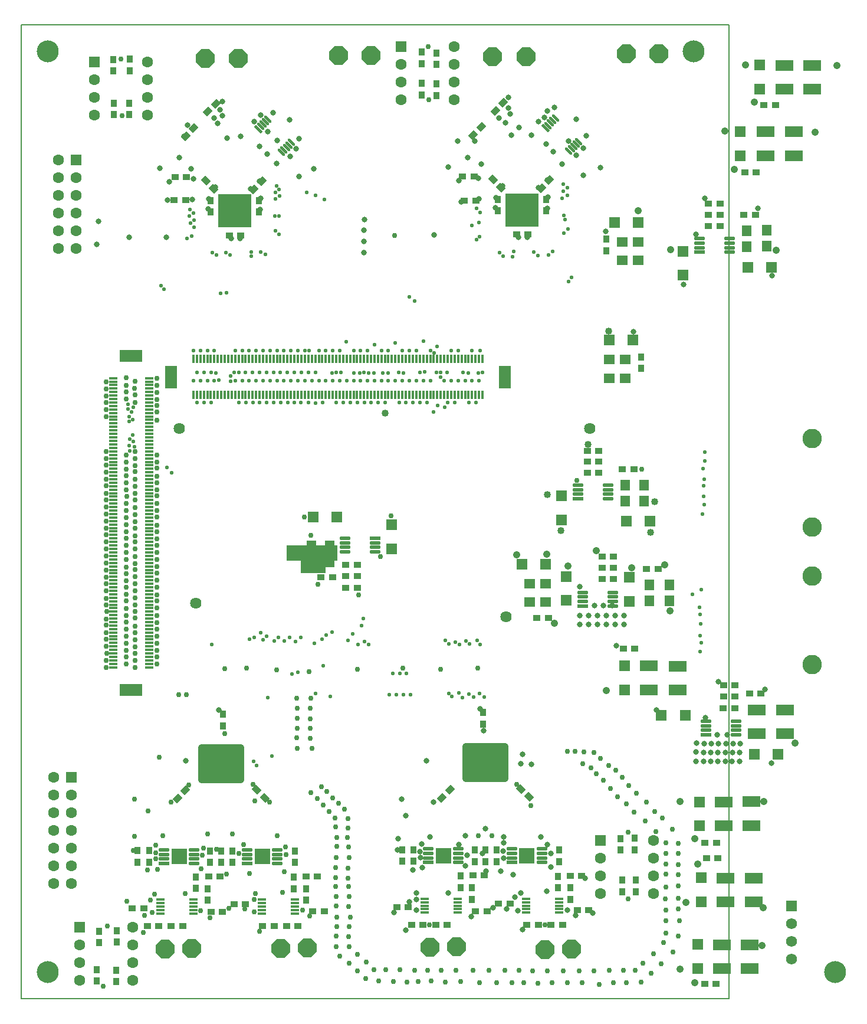
<source format=gbs>
G04 Layer_Color=16711935*
%FSLAX23Y23*%
%MOIN*%
G70*
G01*
G75*
%ADD40C,0.008*%
%ADD82C,0.032*%
%ADD84C,0.042*%
%ADD111R,0.044X0.034*%
G04:AMPARAMS|DCode=113|XSize=47mil|YSize=16mil|CornerRadius=5mil|HoleSize=0mil|Usage=FLASHONLY|Rotation=90.000|XOffset=0mil|YOffset=0mil|HoleType=Round|Shape=RoundedRectangle|*
%AMROUNDEDRECTD113*
21,1,0.047,0.006,0,0,90.0*
21,1,0.037,0.016,0,0,90.0*
1,1,0.010,0.003,0.019*
1,1,0.010,0.003,-0.019*
1,1,0.010,-0.003,-0.019*
1,1,0.010,-0.003,0.019*
%
%ADD113ROUNDEDRECTD113*%
%ADD114R,0.189X0.189*%
%ADD119R,0.034X0.044*%
G04:AMPARAMS|DCode=120|XSize=44mil|YSize=34mil|CornerRadius=0mil|HoleSize=0mil|Usage=FLASHONLY|Rotation=45.000|XOffset=0mil|YOffset=0mil|HoleType=Round|Shape=Rectangle|*
%AMROTATEDRECTD120*
4,1,4,-0.004,-0.028,-0.028,-0.004,0.004,0.028,0.028,0.004,-0.004,-0.028,0.0*
%
%ADD120ROTATEDRECTD120*%

G04:AMPARAMS|DCode=121|XSize=44mil|YSize=34mil|CornerRadius=0mil|HoleSize=0mil|Usage=FLASHONLY|Rotation=135.000|XOffset=0mil|YOffset=0mil|HoleType=Round|Shape=Rectangle|*
%AMROTATEDRECTD121*
4,1,4,0.028,-0.004,0.004,-0.028,-0.028,0.004,-0.004,0.028,0.028,-0.004,0.0*
%
%ADD121ROTATEDRECTD121*%

%ADD124R,0.064X0.064*%
%ADD127R,0.047X0.016*%
G04:AMPARAMS|DCode=128|XSize=47mil|YSize=16mil|CornerRadius=5mil|HoleSize=0mil|Usage=FLASHONLY|Rotation=0.000|XOffset=0mil|YOffset=0mil|HoleType=Round|Shape=RoundedRectangle|*
%AMROUNDEDRECTD128*
21,1,0.047,0.006,0,0,0.0*
21,1,0.037,0.016,0,0,0.0*
1,1,0.010,0.019,-0.003*
1,1,0.010,-0.019,-0.003*
1,1,0.010,-0.019,0.003*
1,1,0.010,0.019,0.003*
%
%ADD128ROUNDEDRECTD128*%
%ADD129R,0.126X0.067*%
%ADD130R,0.016X0.047*%
%ADD131R,0.067X0.126*%
%ADD134R,0.063X0.063*%
%ADD135C,0.063*%
%ADD136R,0.063X0.063*%
%ADD137P,0.113X8X22.5*%
%ADD138C,0.062*%
%ADD139R,0.062X0.062*%
G04:AMPARAMS|DCode=140|XSize=217mil|YSize=258mil|CornerRadius=13mil|HoleSize=0mil|Usage=FLASHONLY|Rotation=90.000|XOffset=0mil|YOffset=0mil|HoleType=Round|Shape=RoundedRectangle|*
%AMROUNDEDRECTD140*
21,1,0.217,0.233,0,0,90.0*
21,1,0.192,0.258,0,0,90.0*
1,1,0.025,0.116,0.096*
1,1,0.025,0.116,-0.096*
1,1,0.025,-0.116,-0.096*
1,1,0.025,-0.116,0.096*
%
%ADD140ROUNDEDRECTD140*%
%ADD141C,0.124*%
%ADD142C,0.004*%
%ADD143C,0.064*%
%ADD144C,0.110*%
%ADD145C,0.022*%
%ADD146C,0.030*%
%ADD147C,0.040*%
%ADD148R,0.140X0.072*%
%ADD149R,0.290X0.085*%
%ADD150R,0.085X0.085*%
%ADD151O,0.051X0.016*%
%ADD152R,0.051X0.016*%
%ADD153O,0.064X0.019*%
%ADD154R,0.064X0.019*%
G04:AMPARAMS|DCode=155|XSize=51mil|YSize=16mil|CornerRadius=0mil|HoleSize=0mil|Usage=FLASHONLY|Rotation=315.000|XOffset=0mil|YOffset=0mil|HoleType=Round|Shape=Round|*
%AMOVALD155*
21,1,0.035,0.016,0.000,0.000,315.0*
1,1,0.016,-0.013,0.013*
1,1,0.016,0.013,-0.013*
%
%ADD155OVALD155*%

G04:AMPARAMS|DCode=156|XSize=51mil|YSize=16mil|CornerRadius=0mil|HoleSize=0mil|Usage=FLASHONLY|Rotation=315.000|XOffset=0mil|YOffset=0mil|HoleType=Round|Shape=Rectangle|*
%AMROTATEDRECTD156*
4,1,4,-0.024,0.013,-0.013,0.024,0.024,-0.013,0.013,-0.024,-0.024,0.013,0.0*
%
%ADD156ROTATEDRECTD156*%

%ADD157R,0.104X0.064*%
%ADD158R,0.054X0.064*%
%ADD159R,0.064X0.064*%
%ADD160R,0.064X0.054*%
D40*
X4000Y-0D02*
Y5500D01*
X1193D02*
X4000D01*
X0Y1681D02*
Y3650D01*
X753Y-0D02*
X4000D01*
X0D02*
Y1681D01*
Y-0D02*
X753D01*
X0Y5500D02*
X1193D01*
X0Y3650D02*
Y5500D01*
D82*
X2834Y1381D02*
D03*
X2823Y1328D02*
D03*
X1117Y1630D02*
D03*
X939Y4935D02*
D03*
X3458Y3767D02*
D03*
X2211Y727D02*
D03*
X2814Y4921D02*
D03*
X1135Y4988D02*
D03*
X1122Y5022D02*
D03*
X1351Y4990D02*
D03*
X1423Y5006D02*
D03*
X2761Y4997D02*
D03*
X2751Y5033D02*
D03*
X2974Y5015D02*
D03*
X3013Y5034D02*
D03*
X2789Y575D02*
D03*
X2822Y598D02*
D03*
X2233Y562D02*
D03*
X2231Y598D02*
D03*
X930Y1344D02*
D03*
X1345Y4816D02*
D03*
X1554Y4801D02*
D03*
X1389Y4772D02*
D03*
X609Y4303D02*
D03*
X819Y4302D02*
D03*
X2606Y822D02*
D03*
X2126Y841D02*
D03*
X2673Y4625D02*
D03*
X2971Y4624D02*
D03*
X1347Y4618D02*
D03*
X1049Y4619D02*
D03*
X972Y4630D02*
D03*
X966Y4515D02*
D03*
X436Y4393D02*
D03*
X1939Y4402D02*
D03*
X2581Y4635D02*
D03*
X2586Y4519D02*
D03*
X2726Y795D02*
D03*
X2725Y881D02*
D03*
X2780Y703D02*
D03*
X2972Y872D02*
D03*
X2992Y746D02*
D03*
X2261Y874D02*
D03*
X2266Y740D02*
D03*
X2474Y872D02*
D03*
X2509Y750D02*
D03*
X2256Y797D02*
D03*
X1028Y1237D02*
D03*
X1028Y1277D02*
D03*
X1078Y1237D02*
D03*
X1078Y1277D02*
D03*
X1128Y1237D02*
D03*
X1128Y1277D02*
D03*
X1178D02*
D03*
X1178Y1237D02*
D03*
X1228D02*
D03*
X1228Y1277D02*
D03*
X1028Y1329D02*
D03*
X1028Y1381D02*
D03*
X1028Y1421D02*
D03*
X1078Y1329D02*
D03*
X1078Y1381D02*
D03*
X1128D02*
D03*
X1078Y1421D02*
D03*
X1128D02*
D03*
X1178Y1329D02*
D03*
X1178Y1381D02*
D03*
X1178Y1421D02*
D03*
X1228Y1329D02*
D03*
X1228Y1381D02*
D03*
X1228Y1421D02*
D03*
X425Y4261D02*
D03*
X784Y4692D02*
D03*
X826Y4510D02*
D03*
X836Y4614D02*
D03*
X1058Y4519D02*
D03*
X1129Y4428D02*
D03*
Y4374D02*
D03*
X1183D02*
D03*
X1129Y4477D02*
D03*
X960Y4689D02*
D03*
X1129Y4526D02*
D03*
X1096Y4584D02*
D03*
X1183Y4526D02*
D03*
X1108Y4946D02*
D03*
X1161Y4863D02*
D03*
X1137Y5068D02*
D03*
X1232Y4374D02*
D03*
X1237Y4296D02*
D03*
X1232Y4526D02*
D03*
X1239Y4872D02*
D03*
X1281Y4477D02*
D03*
Y4374D02*
D03*
Y4428D02*
D03*
Y4526D02*
D03*
X1297Y4574D02*
D03*
X1351Y4522D02*
D03*
X1317Y4954D02*
D03*
X2106Y488D02*
D03*
X2174Y388D02*
D03*
X2128Y905D02*
D03*
X2233Y500D02*
D03*
X2309Y915D02*
D03*
X2329Y1110D02*
D03*
X2149Y1128D02*
D03*
X2290Y1346D02*
D03*
X2665Y514D02*
D03*
X2518Y811D02*
D03*
X2627Y721D02*
D03*
X2831Y391D02*
D03*
X2710Y721D02*
D03*
X2807Y497D02*
D03*
X2510Y921D02*
D03*
X2727Y916D02*
D03*
X2621Y961D02*
D03*
X3085Y500D02*
D03*
X3229Y485D02*
D03*
X3185Y681D02*
D03*
X2937Y916D02*
D03*
X2993Y820D02*
D03*
X2522Y1242D02*
D03*
X2522Y1282D02*
D03*
X2522Y1334D02*
D03*
X2572Y1242D02*
D03*
X2622D02*
D03*
X2572Y1282D02*
D03*
X2572Y1334D02*
D03*
X2622Y1282D02*
D03*
X2572Y1386D02*
D03*
X2522D02*
D03*
X2572Y1426D02*
D03*
X2522D02*
D03*
X2592Y1637D02*
D03*
X2622Y1386D02*
D03*
X2622Y1426D02*
D03*
X2672Y1242D02*
D03*
X2672Y1282D02*
D03*
X2722Y1242D02*
D03*
X2722Y1282D02*
D03*
X2672Y1334D02*
D03*
X2722D02*
D03*
X2672Y1386D02*
D03*
X2722D02*
D03*
X2722Y1426D02*
D03*
X2672D02*
D03*
X3867Y1587D02*
D03*
X4240Y1330D02*
D03*
X3589Y1632D02*
D03*
X3938Y1792D02*
D03*
X4204Y1748D02*
D03*
X1443Y4717D02*
D03*
X1517Y4966D02*
D03*
X1570Y4644D02*
D03*
X1651Y4688D02*
D03*
X1937Y4215D02*
D03*
Y4277D02*
D03*
Y4341D02*
D03*
X2807Y4380D02*
D03*
X2753Y4483D02*
D03*
Y4380D02*
D03*
Y4434D02*
D03*
X2485Y4500D02*
D03*
X2860Y4302D02*
D03*
X2856Y4380D02*
D03*
X2905D02*
D03*
Y4434D02*
D03*
Y4483D02*
D03*
X3157Y2327D02*
D03*
X3361Y1995D02*
D03*
X3304Y4335D02*
D03*
X3742Y4034D02*
D03*
X4242Y4084D02*
D03*
X3811Y4317D02*
D03*
X3863Y4522D02*
D03*
X4161Y4464D02*
D03*
X2682Y4525D02*
D03*
X2473Y4621D02*
D03*
X2753Y4532D02*
D03*
X2856D02*
D03*
X2807D02*
D03*
X2720Y4590D02*
D03*
X2414Y4699D02*
D03*
X2598Y4714D02*
D03*
X2769Y4879D02*
D03*
X2736Y4948D02*
D03*
X2884Y4879D02*
D03*
X2752Y5090D02*
D03*
X2905Y4532D02*
D03*
X2921Y4580D02*
D03*
X2975Y4528D02*
D03*
X3055Y4714D02*
D03*
X3176Y4650D02*
D03*
X3274Y4695D02*
D03*
X2924Y4955D02*
D03*
X3135Y4967D02*
D03*
X2722Y834D02*
D03*
X2171Y1036D02*
D03*
X2253Y832D02*
D03*
X2809Y4302D02*
D03*
X1185Y4296D02*
D03*
X1446Y4848D02*
D03*
X918Y4871D02*
D03*
X3092Y4846D02*
D03*
X2564Y4844D02*
D03*
X2541Y466D02*
D03*
X3132Y473D02*
D03*
X1392Y4899D02*
D03*
X1569Y4857D02*
D03*
X1088Y4975D02*
D03*
X2467Y4846D02*
D03*
X2700Y4974D02*
D03*
X3191Y4874D02*
D03*
X2411Y599D02*
D03*
X2741Y508D02*
D03*
X2191Y547D02*
D03*
X2957Y4977D02*
D03*
X2968Y607D02*
D03*
X4062Y1443D02*
D03*
X4021Y1442D02*
D03*
X3982D02*
D03*
X3940D02*
D03*
X3899Y1443D02*
D03*
X3860D02*
D03*
X3817Y1444D02*
D03*
X4059Y1393D02*
D03*
X4018Y1392D02*
D03*
X3979D02*
D03*
X3937D02*
D03*
X3896Y1393D02*
D03*
X3857D02*
D03*
X3814Y1394D02*
D03*
X3932Y1493D02*
D03*
X3989Y1490D02*
D03*
X4058Y1342D02*
D03*
X4017Y1341D02*
D03*
X3978D02*
D03*
X3936D02*
D03*
X3895Y1342D02*
D03*
X3856D02*
D03*
X3813Y1343D02*
D03*
X2680Y4467D02*
D03*
X2974Y4465D02*
D03*
X1350Y4459D02*
D03*
X1056Y4461D02*
D03*
X3407Y2164D02*
D03*
Y2114D02*
D03*
X3157Y2164D02*
D03*
Y2114D02*
D03*
X3357D02*
D03*
X3307D02*
D03*
X3257D02*
D03*
X3207D02*
D03*
X3357Y2164D02*
D03*
X3307D02*
D03*
X3257D02*
D03*
X3207D02*
D03*
X3239Y2220D02*
D03*
X3289D02*
D03*
X3339D02*
D03*
X2611Y1515D02*
D03*
X2883Y1326D02*
D03*
X1519Y4759D02*
D03*
X892Y4751D02*
D03*
X2966Y4829D02*
D03*
X3176Y4806D02*
D03*
X3006Y4785D02*
D03*
X2333Y4314D02*
D03*
X2524Y4753D02*
D03*
X3137Y4764D02*
D03*
D84*
X3723Y169D02*
D03*
X4185Y303D02*
D03*
X4609Y5270D02*
D03*
X4194Y516D02*
D03*
X4486Y4894D02*
D03*
X3670Y4233D02*
D03*
X3487Y4453D02*
D03*
X3307Y1743D02*
D03*
X3807Y90D02*
D03*
X3823Y762D02*
D03*
X3805Y905D02*
D03*
X3014Y2120D02*
D03*
X2799Y2507D02*
D03*
X3088Y2444D02*
D03*
X3250Y2530D02*
D03*
X3448Y2436D02*
D03*
X3637Y2453D02*
D03*
X4030Y4685D02*
D03*
X4143Y5066D02*
D03*
X3723Y1114D02*
D03*
X3755Y544D02*
D03*
X3976Y4900D02*
D03*
X4093Y5276D02*
D03*
X4195Y1115D02*
D03*
X4371Y1445D02*
D03*
X3665Y2190D02*
D03*
X4267Y4229D02*
D03*
X2969Y2512D02*
D03*
D111*
X1123Y692D02*
D03*
X1058D02*
D03*
X1499Y412D02*
D03*
X1564D02*
D03*
X1363D02*
D03*
X1428D02*
D03*
X1647Y496D02*
D03*
X1712D02*
D03*
X1673Y691D02*
D03*
X1608D02*
D03*
X847Y412D02*
D03*
X912D02*
D03*
X711D02*
D03*
X776D02*
D03*
X1267Y534D02*
D03*
X1202D02*
D03*
X1072Y490D02*
D03*
X1137D02*
D03*
X692Y513D02*
D03*
X627D02*
D03*
X1240Y4313D02*
D03*
X1175D02*
D03*
X869Y4640D02*
D03*
X934D02*
D03*
X863Y4511D02*
D03*
X928D02*
D03*
X3282Y2498D02*
D03*
X3347D02*
D03*
X2205Y417D02*
D03*
X2270D02*
D03*
X2341D02*
D03*
X2406D02*
D03*
X2617Y697D02*
D03*
X2552D02*
D03*
X2993Y417D02*
D03*
X3058D02*
D03*
X3167Y696D02*
D03*
X3102D02*
D03*
X2857Y417D02*
D03*
X2922D02*
D03*
X3282Y2436D02*
D03*
X3347D02*
D03*
X3346Y2372D02*
D03*
X3281D02*
D03*
X3599Y2428D02*
D03*
X3534D02*
D03*
X4033Y1771D02*
D03*
X3968D02*
D03*
X4180Y1724D02*
D03*
X4115D02*
D03*
X3968Y1708D02*
D03*
X4033D02*
D03*
X4032Y1642D02*
D03*
X3967D02*
D03*
X4149Y4429D02*
D03*
X4084D02*
D03*
X3462Y2992D02*
D03*
X3397D02*
D03*
X3263Y3095D02*
D03*
X3198D02*
D03*
X3264Y2972D02*
D03*
X3199D02*
D03*
X3198Y3035D02*
D03*
X3263D02*
D03*
X3401Y1977D02*
D03*
X3466D02*
D03*
X4196Y5048D02*
D03*
X4261D02*
D03*
X4088Y4669D02*
D03*
X4153D02*
D03*
X3864Y883D02*
D03*
X3929D02*
D03*
X3883Y4365D02*
D03*
X3948D02*
D03*
Y4427D02*
D03*
X3883D02*
D03*
X3948Y4490D02*
D03*
X3883D02*
D03*
X1833Y2452D02*
D03*
X1898D02*
D03*
X1693Y2381D02*
D03*
X1758D02*
D03*
X1833Y2322D02*
D03*
X1898D02*
D03*
Y2387D02*
D03*
X1833D02*
D03*
X2979Y2152D02*
D03*
X2914D02*
D03*
X2121Y518D02*
D03*
X2186D02*
D03*
X2631Y495D02*
D03*
X2566D02*
D03*
X2696Y539D02*
D03*
X2761D02*
D03*
X3206Y501D02*
D03*
X3141D02*
D03*
X3861Y85D02*
D03*
X3926D02*
D03*
X3872Y796D02*
D03*
X3937D02*
D03*
X2569Y4507D02*
D03*
X2504D02*
D03*
X2559Y4646D02*
D03*
X2494D02*
D03*
X2798Y4319D02*
D03*
X2863D02*
D03*
D113*
X972Y3411D02*
D03*
X992Y3615D02*
D03*
Y3411D02*
D03*
X1011Y3615D02*
D03*
Y3411D02*
D03*
X1031Y3615D02*
D03*
Y3411D02*
D03*
X1051Y3615D02*
D03*
Y3411D02*
D03*
X1070Y3615D02*
D03*
Y3411D02*
D03*
X1090Y3615D02*
D03*
Y3411D02*
D03*
X1110Y3615D02*
D03*
Y3411D02*
D03*
X1130Y3615D02*
D03*
Y3411D02*
D03*
X1149Y3615D02*
D03*
Y3411D02*
D03*
X1169Y3615D02*
D03*
Y3411D02*
D03*
X1189Y3615D02*
D03*
Y3411D02*
D03*
X1208Y3615D02*
D03*
Y3411D02*
D03*
X1228Y3615D02*
D03*
Y3411D02*
D03*
X1248Y3615D02*
D03*
Y3411D02*
D03*
X1267Y3615D02*
D03*
Y3411D02*
D03*
X1287Y3615D02*
D03*
Y3411D02*
D03*
X1307Y3615D02*
D03*
Y3411D02*
D03*
X1326Y3615D02*
D03*
Y3411D02*
D03*
X1346Y3615D02*
D03*
Y3411D02*
D03*
X1366Y3615D02*
D03*
Y3411D02*
D03*
X1385Y3615D02*
D03*
Y3411D02*
D03*
X1405Y3615D02*
D03*
Y3411D02*
D03*
X1425Y3615D02*
D03*
Y3411D02*
D03*
X1445Y3615D02*
D03*
Y3411D02*
D03*
X1464Y3615D02*
D03*
Y3411D02*
D03*
X1484Y3615D02*
D03*
Y3411D02*
D03*
X1504Y3615D02*
D03*
Y3411D02*
D03*
X1523Y3615D02*
D03*
Y3411D02*
D03*
X1543Y3615D02*
D03*
Y3411D02*
D03*
X1563Y3615D02*
D03*
Y3411D02*
D03*
X1582Y3615D02*
D03*
Y3411D02*
D03*
X1602Y3615D02*
D03*
Y3411D02*
D03*
X1622Y3615D02*
D03*
Y3411D02*
D03*
X1641Y3615D02*
D03*
Y3411D02*
D03*
X1661Y3615D02*
D03*
Y3411D02*
D03*
X1681Y3615D02*
D03*
Y3411D02*
D03*
X1700Y3615D02*
D03*
Y3411D02*
D03*
X1720Y3615D02*
D03*
Y3411D02*
D03*
X1740Y3615D02*
D03*
Y3411D02*
D03*
X1759Y3615D02*
D03*
Y3411D02*
D03*
X1779Y3615D02*
D03*
Y3411D02*
D03*
X1799Y3615D02*
D03*
Y3411D02*
D03*
X1819Y3615D02*
D03*
Y3411D02*
D03*
X1838Y3615D02*
D03*
Y3411D02*
D03*
X1858Y3615D02*
D03*
Y3411D02*
D03*
X1878Y3615D02*
D03*
Y3411D02*
D03*
X1897Y3615D02*
D03*
Y3411D02*
D03*
X1917Y3615D02*
D03*
Y3411D02*
D03*
X1937Y3615D02*
D03*
Y3411D02*
D03*
X1956Y3615D02*
D03*
Y3411D02*
D03*
X1976Y3615D02*
D03*
Y3411D02*
D03*
X1996Y3615D02*
D03*
Y3411D02*
D03*
X2015Y3615D02*
D03*
Y3411D02*
D03*
X2035Y3615D02*
D03*
Y3411D02*
D03*
X2055Y3615D02*
D03*
Y3411D02*
D03*
X2074Y3615D02*
D03*
Y3411D02*
D03*
X2094Y3615D02*
D03*
Y3411D02*
D03*
X2114Y3615D02*
D03*
Y3411D02*
D03*
X2133Y3615D02*
D03*
Y3411D02*
D03*
X2153Y3615D02*
D03*
Y3411D02*
D03*
X2173Y3615D02*
D03*
Y3411D02*
D03*
X2193Y3615D02*
D03*
Y3411D02*
D03*
X2212Y3615D02*
D03*
Y3411D02*
D03*
X2232Y3615D02*
D03*
Y3411D02*
D03*
X2252Y3615D02*
D03*
Y3411D02*
D03*
X2271Y3615D02*
D03*
Y3411D02*
D03*
X2291Y3615D02*
D03*
Y3411D02*
D03*
X2311Y3615D02*
D03*
Y3411D02*
D03*
X2330Y3615D02*
D03*
Y3411D02*
D03*
X2350Y3615D02*
D03*
Y3411D02*
D03*
X2370Y3615D02*
D03*
Y3411D02*
D03*
X2389Y3615D02*
D03*
Y3411D02*
D03*
X2409Y3615D02*
D03*
Y3411D02*
D03*
X2429Y3615D02*
D03*
Y3411D02*
D03*
X2448Y3615D02*
D03*
Y3411D02*
D03*
X2468Y3615D02*
D03*
Y3411D02*
D03*
X2488Y3615D02*
D03*
Y3411D02*
D03*
X2508Y3615D02*
D03*
Y3411D02*
D03*
X2527Y3615D02*
D03*
Y3411D02*
D03*
X2547Y3615D02*
D03*
Y3411D02*
D03*
X2567Y3615D02*
D03*
Y3411D02*
D03*
X2586Y3615D02*
D03*
Y3411D02*
D03*
X2606Y3615D02*
D03*
Y3411D02*
D03*
D114*
X1205Y4450D02*
D03*
X2829Y4456D02*
D03*
D119*
X522Y4994D02*
D03*
Y5059D02*
D03*
X520Y5305D02*
D03*
Y5240D02*
D03*
X2263Y5347D02*
D03*
Y5282D02*
D03*
X3467Y907D02*
D03*
Y842D02*
D03*
X2345Y5103D02*
D03*
Y5168D02*
D03*
X2264Y5105D02*
D03*
Y5170D02*
D03*
X2346Y5343D02*
D03*
Y5278D02*
D03*
X537Y98D02*
D03*
Y163D02*
D03*
X427Y100D02*
D03*
Y165D02*
D03*
X611Y5307D02*
D03*
Y5242D02*
D03*
X609Y4994D02*
D03*
Y5059D02*
D03*
X3386Y905D02*
D03*
Y840D02*
D03*
X3472Y605D02*
D03*
Y670D02*
D03*
X3396Y605D02*
D03*
Y670D02*
D03*
X538Y385D02*
D03*
Y320D02*
D03*
X439Y382D02*
D03*
Y317D02*
D03*
X2609Y1553D02*
D03*
Y1618D02*
D03*
X1138Y1607D02*
D03*
Y1542D02*
D03*
X1052Y558D02*
D03*
Y623D02*
D03*
X987Y624D02*
D03*
Y689D02*
D03*
X1539Y623D02*
D03*
Y688D02*
D03*
X1193Y771D02*
D03*
Y836D02*
D03*
X1129D02*
D03*
Y771D02*
D03*
X1067D02*
D03*
Y836D02*
D03*
X723Y772D02*
D03*
Y837D02*
D03*
X657D02*
D03*
Y772D02*
D03*
X1610Y557D02*
D03*
Y622D02*
D03*
X1546Y771D02*
D03*
Y836D02*
D03*
X1068Y4444D02*
D03*
Y4509D02*
D03*
X1341Y4444D02*
D03*
Y4509D02*
D03*
X2151Y842D02*
D03*
Y777D02*
D03*
X2687Y776D02*
D03*
Y841D02*
D03*
X2217Y777D02*
D03*
Y842D02*
D03*
X2561Y776D02*
D03*
Y841D02*
D03*
X2546Y563D02*
D03*
Y628D02*
D03*
X2481Y629D02*
D03*
Y694D02*
D03*
X3104Y562D02*
D03*
Y627D02*
D03*
X3033Y628D02*
D03*
Y693D02*
D03*
X3040Y776D02*
D03*
Y841D02*
D03*
X2623D02*
D03*
Y776D02*
D03*
X3502Y3625D02*
D03*
Y3560D02*
D03*
X3306Y4290D02*
D03*
Y4225D02*
D03*
X2965Y4515D02*
D03*
Y4450D02*
D03*
X2692Y4515D02*
D03*
Y4450D02*
D03*
D120*
X927Y1177D02*
D03*
X881Y1131D02*
D03*
X928Y4873D02*
D03*
X974Y4919D02*
D03*
X1054Y5010D02*
D03*
X1100Y5056D02*
D03*
X1360Y4618D02*
D03*
X1314Y4572D02*
D03*
X2375Y1136D02*
D03*
X2421Y1182D02*
D03*
X2938Y4578D02*
D03*
X2984Y4624D02*
D03*
X2552Y4879D02*
D03*
X2598Y4925D02*
D03*
X2678Y5016D02*
D03*
X2724Y5062D02*
D03*
D121*
X1329Y1181D02*
D03*
X1375Y1135D02*
D03*
X1087Y4576D02*
D03*
X1041Y4622D02*
D03*
X2869Y1140D02*
D03*
X2823Y1186D02*
D03*
X2665Y4628D02*
D03*
X2710Y4582D02*
D03*
D124*
X3437Y2246D02*
D03*
Y2381D02*
D03*
X3078Y2251D02*
D03*
Y2386D02*
D03*
X3052Y2841D02*
D03*
Y2706D02*
D03*
X3410Y1746D02*
D03*
Y1881D02*
D03*
X4172Y5139D02*
D03*
Y5274D02*
D03*
X4062Y4897D02*
D03*
Y4762D02*
D03*
X3831Y1113D02*
D03*
Y978D02*
D03*
X3740Y4223D02*
D03*
Y4088D02*
D03*
X2093Y2677D02*
D03*
Y2542D02*
D03*
X3824Y172D02*
D03*
Y307D02*
D03*
X3843Y549D02*
D03*
Y684D02*
D03*
D127*
X722Y3506D02*
D03*
D128*
X518D02*
D03*
X722Y3486D02*
D03*
X518D02*
D03*
X722Y3467D02*
D03*
X518D02*
D03*
X722Y3447D02*
D03*
X518D02*
D03*
X722Y3427D02*
D03*
X518D02*
D03*
X722Y3408D02*
D03*
X518D02*
D03*
X722Y3388D02*
D03*
X518D02*
D03*
X722Y3368D02*
D03*
X518D02*
D03*
X722Y3348D02*
D03*
X518D02*
D03*
X722Y3329D02*
D03*
X518D02*
D03*
X722Y3309D02*
D03*
X518D02*
D03*
X722Y3289D02*
D03*
X518D02*
D03*
X722Y3270D02*
D03*
X518D02*
D03*
X722Y3250D02*
D03*
X518D02*
D03*
X722Y3230D02*
D03*
X518D02*
D03*
X722Y3211D02*
D03*
X518D02*
D03*
X722Y3191D02*
D03*
X518D02*
D03*
X722Y3171D02*
D03*
X518D02*
D03*
X722Y3152D02*
D03*
X518D02*
D03*
X722Y3132D02*
D03*
X518D02*
D03*
X722Y3112D02*
D03*
X518D02*
D03*
X722Y3093D02*
D03*
X518D02*
D03*
X722Y3073D02*
D03*
X518D02*
D03*
X722Y3053D02*
D03*
X518D02*
D03*
X722Y3033D02*
D03*
X518D02*
D03*
X722Y3014D02*
D03*
X518D02*
D03*
X722Y2994D02*
D03*
X518D02*
D03*
X722Y2974D02*
D03*
X518D02*
D03*
X722Y2955D02*
D03*
X518D02*
D03*
X722Y2935D02*
D03*
X518D02*
D03*
X722Y2915D02*
D03*
X518D02*
D03*
X722Y2896D02*
D03*
X518D02*
D03*
X722Y2876D02*
D03*
X518D02*
D03*
X722Y2856D02*
D03*
X518D02*
D03*
X722Y2837D02*
D03*
X518D02*
D03*
X722Y2817D02*
D03*
X518D02*
D03*
X722Y2797D02*
D03*
X518D02*
D03*
X722Y2778D02*
D03*
X518D02*
D03*
X722Y2758D02*
D03*
X518D02*
D03*
X722Y2738D02*
D03*
X518D02*
D03*
X722Y2719D02*
D03*
X518D02*
D03*
X722Y2699D02*
D03*
X518D02*
D03*
X722Y2679D02*
D03*
X518D02*
D03*
X722Y2659D02*
D03*
X518D02*
D03*
X722Y2640D02*
D03*
X518D02*
D03*
X722Y2620D02*
D03*
X518D02*
D03*
X722Y2600D02*
D03*
X518D02*
D03*
X722Y2581D02*
D03*
X518D02*
D03*
X722Y2561D02*
D03*
X518D02*
D03*
X722Y2541D02*
D03*
X518D02*
D03*
X722Y2522D02*
D03*
X518D02*
D03*
X722Y2502D02*
D03*
X518D02*
D03*
X722Y2482D02*
D03*
X518D02*
D03*
X722Y2463D02*
D03*
X518D02*
D03*
X722Y2443D02*
D03*
X518D02*
D03*
X722Y2423D02*
D03*
X518D02*
D03*
X722Y2404D02*
D03*
X518D02*
D03*
X722Y2384D02*
D03*
X518D02*
D03*
X722Y2364D02*
D03*
X518D02*
D03*
X722Y2345D02*
D03*
X518D02*
D03*
X722Y2325D02*
D03*
X518D02*
D03*
X722Y2305D02*
D03*
X518D02*
D03*
X722Y2285D02*
D03*
X518D02*
D03*
X722Y2266D02*
D03*
X518D02*
D03*
X722Y2246D02*
D03*
X518D02*
D03*
X722Y2226D02*
D03*
X518D02*
D03*
X722Y2207D02*
D03*
X518D02*
D03*
X722Y2187D02*
D03*
X518D02*
D03*
X722Y2167D02*
D03*
X518D02*
D03*
X722Y2148D02*
D03*
X518D02*
D03*
X722Y2128D02*
D03*
X518D02*
D03*
X722Y2108D02*
D03*
X518D02*
D03*
X722Y2089D02*
D03*
X518D02*
D03*
X722Y2069D02*
D03*
X518D02*
D03*
X722Y2049D02*
D03*
X518D02*
D03*
X722Y2030D02*
D03*
X518D02*
D03*
X722Y2010D02*
D03*
X518D02*
D03*
X722Y1990D02*
D03*
X518D02*
D03*
X722Y1970D02*
D03*
X518D02*
D03*
X722Y1951D02*
D03*
X518D02*
D03*
X722Y1931D02*
D03*
X518D02*
D03*
X722Y1911D02*
D03*
X518D02*
D03*
X722Y1892D02*
D03*
X518D02*
D03*
X722Y1872D02*
D03*
X518D02*
D03*
D129*
X620Y1746D02*
D03*
Y3632D02*
D03*
D130*
X972Y3615D02*
D03*
D131*
X2732Y3513D02*
D03*
X846D02*
D03*
D134*
X411Y5291D02*
D03*
X2147Y5379D02*
D03*
X3273Y896D02*
D03*
X329Y404D02*
D03*
D135*
X411Y5191D02*
D03*
Y5091D02*
D03*
Y4991D02*
D03*
X711Y5291D02*
D03*
Y5191D02*
D03*
Y5091D02*
D03*
Y4991D02*
D03*
X2147Y5279D02*
D03*
Y5179D02*
D03*
Y5079D02*
D03*
X2447Y5379D02*
D03*
Y5279D02*
D03*
Y5179D02*
D03*
Y5079D02*
D03*
X3273Y796D02*
D03*
Y696D02*
D03*
Y596D02*
D03*
X3573Y896D02*
D03*
Y796D02*
D03*
Y696D02*
D03*
Y596D02*
D03*
X329Y304D02*
D03*
Y204D02*
D03*
Y104D02*
D03*
X629Y404D02*
D03*
Y304D02*
D03*
Y204D02*
D03*
Y104D02*
D03*
X208Y4238D02*
D03*
X308D02*
D03*
X208Y4338D02*
D03*
X308D02*
D03*
X208Y4438D02*
D03*
X308D02*
D03*
X208Y4538D02*
D03*
X308D02*
D03*
X208Y4638D02*
D03*
X308D02*
D03*
X208Y4738D02*
D03*
X181Y651D02*
D03*
X281D02*
D03*
X181Y751D02*
D03*
X281D02*
D03*
X181Y851D02*
D03*
X281D02*
D03*
X181Y951D02*
D03*
X281D02*
D03*
X181Y1051D02*
D03*
X281D02*
D03*
X181Y1151D02*
D03*
X281D02*
D03*
X181Y1251D02*
D03*
D136*
X308Y4738D02*
D03*
X281Y1251D02*
D03*
D137*
X1465Y284D02*
D03*
X812Y281D02*
D03*
X2959Y278D02*
D03*
X2309Y290D02*
D03*
X2460Y295D02*
D03*
X3110Y283D02*
D03*
X963Y286D02*
D03*
X1616Y289D02*
D03*
X1977Y5328D02*
D03*
X1794Y5329D02*
D03*
X1226Y5312D02*
D03*
X1038D02*
D03*
X2663Y5321D02*
D03*
X2851D02*
D03*
X3419Y5338D02*
D03*
X3602Y5337D02*
D03*
D138*
X4351Y425D02*
D03*
Y325D02*
D03*
Y225D02*
D03*
X1205Y4450D02*
D03*
X2829Y4456D02*
D03*
D139*
X4351Y525D02*
D03*
D140*
X1128Y1329D02*
D03*
X2622Y1334D02*
D03*
D141*
X150Y5350D02*
D03*
X4600Y150D02*
D03*
X3800Y5350D02*
D03*
X150Y150D02*
D03*
D142*
X620Y3563D02*
D03*
Y1815D02*
D03*
X940Y1862D02*
D03*
X2688D02*
D03*
X915Y3513D02*
D03*
X2663D02*
D03*
X620Y3563D02*
D03*
Y1815D02*
D03*
X915Y3513D02*
D03*
X2663D02*
D03*
D143*
X893Y3220D02*
D03*
X986Y2236D02*
D03*
X3211Y3220D02*
D03*
X2739Y2157D02*
D03*
D144*
X4468Y1889D02*
D03*
Y2389D02*
D03*
X4469Y2665D02*
D03*
Y3165D02*
D03*
D145*
X1314Y1342D02*
D03*
X1330Y1317D02*
D03*
X1661Y3366D02*
D03*
X1641Y3493D02*
D03*
X1602Y3490D02*
D03*
X1580Y3367D02*
D03*
X1549Y2018D02*
D03*
X1578Y2041D02*
D03*
X2350Y3686D02*
D03*
X2332Y3647D02*
D03*
X2391Y3343D02*
D03*
X2777Y4192D02*
D03*
X2354Y3351D02*
D03*
X2781Y4221D02*
D03*
X2330Y3314D02*
D03*
X1706Y1880D02*
D03*
X1746Y1709D02*
D03*
X1315Y2042D02*
D03*
X1288Y2030D02*
D03*
X1352Y2067D02*
D03*
X1391Y1703D02*
D03*
X1931Y2149D02*
D03*
X1435Y4518D02*
D03*
X1661Y4537D02*
D03*
X3110Y4075D02*
D03*
X3057Y4521D02*
D03*
X1459Y4534D02*
D03*
X1924Y2109D02*
D03*
X1613Y4555D02*
D03*
X3085Y4539D02*
D03*
X1712Y4515D02*
D03*
X1902Y2000D02*
D03*
X1435Y4554D02*
D03*
X3091Y4053D02*
D03*
X3061Y4561D02*
D03*
X1663Y1725D02*
D03*
X993Y3367D02*
D03*
X1011Y3491D02*
D03*
X1326D02*
D03*
X1366D02*
D03*
X1248D02*
D03*
X1287D02*
D03*
X1182Y3488D02*
D03*
X1208Y3491D02*
D03*
X1090D02*
D03*
X1116Y3495D02*
D03*
X1346Y3537D02*
D03*
X1386D02*
D03*
X1267D02*
D03*
X1307D02*
D03*
X1203D02*
D03*
X1228D02*
D03*
X1099Y3535D02*
D03*
X1182Y3517D02*
D03*
X1051Y3661D02*
D03*
X1071Y3537D02*
D03*
X992D02*
D03*
X1011Y3661D02*
D03*
X2158Y1718D02*
D03*
X2177Y1838D02*
D03*
X2139D02*
D03*
X2198Y1718D02*
D03*
X1523Y3491D02*
D03*
X1544Y3367D02*
D03*
X1465D02*
D03*
X1484Y3491D02*
D03*
X1405D02*
D03*
X1426Y3367D02*
D03*
X1602Y3661D02*
D03*
X1622Y3537D02*
D03*
X1543D02*
D03*
X1563Y3661D02*
D03*
X1484D02*
D03*
X1504Y3537D02*
D03*
X1425D02*
D03*
X1445Y3661D02*
D03*
X1032Y3367D02*
D03*
X1051Y3491D02*
D03*
X2100Y1838D02*
D03*
X2079Y1718D02*
D03*
X2118D02*
D03*
X2416Y2005D02*
D03*
X3861Y3037D02*
D03*
X2395Y2025D02*
D03*
X3862Y3088D02*
D03*
X2476Y2001D02*
D03*
X3859Y2936D02*
D03*
X2453Y2015D02*
D03*
X3852Y2994D02*
D03*
X2533Y2005D02*
D03*
X3855Y2838D02*
D03*
X2511Y2022D02*
D03*
X3855Y2897D02*
D03*
X2591Y2001D02*
D03*
X3850Y2737D02*
D03*
X2575Y2024D02*
D03*
X3858Y2791D02*
D03*
X2433Y1707D02*
D03*
X3835Y1963D02*
D03*
X2415Y1725D02*
D03*
X3841Y2013D02*
D03*
X2493Y1703D02*
D03*
X3836Y2053D02*
D03*
X2471Y1727D02*
D03*
X3838Y2117D02*
D03*
X2555Y1706D02*
D03*
X3836Y2170D02*
D03*
X2529Y1723D02*
D03*
X3831Y2211D02*
D03*
X2617Y1705D02*
D03*
X3794Y2285D02*
D03*
X2588Y1725D02*
D03*
X3843Y2310D02*
D03*
X2074Y3661D02*
D03*
X807Y4009D02*
D03*
X2193Y3965D02*
D03*
X2073Y3536D02*
D03*
X789Y4027D02*
D03*
X2224Y3942D02*
D03*
X1859Y3367D02*
D03*
X1155Y4216D02*
D03*
X1878Y3491D02*
D03*
X1180Y4202D02*
D03*
X1836Y3711D02*
D03*
X1878Y3536D02*
D03*
X953Y4457D02*
D03*
X1656Y2008D02*
D03*
X974Y4438D02*
D03*
X1699Y2033D02*
D03*
X949Y4421D02*
D03*
X1723Y2054D02*
D03*
X975Y4399D02*
D03*
X1755Y2070D02*
D03*
X955Y4380D02*
D03*
X1701Y3367D02*
D03*
X975Y4357D02*
D03*
X1720Y3491D02*
D03*
X1661Y3537D02*
D03*
X1681Y3661D02*
D03*
X961Y4309D02*
D03*
X1759Y3491D02*
D03*
X935Y4295D02*
D03*
X1780Y3367D02*
D03*
X1720Y3661D02*
D03*
X1755Y3536D02*
D03*
X1820Y3367D02*
D03*
X1079Y4216D02*
D03*
X1838Y3491D02*
D03*
X1101Y4202D02*
D03*
X1779Y3537D02*
D03*
X1799Y3661D02*
D03*
X1299Y4194D02*
D03*
X1917Y3491D02*
D03*
X1299Y4218D02*
D03*
X1938Y3367D02*
D03*
X1878Y3661D02*
D03*
X1911Y3536D02*
D03*
X1956Y3491D02*
D03*
X1351Y4218D02*
D03*
X1977Y3367D02*
D03*
X1379Y4205D02*
D03*
X1937Y3537D02*
D03*
X1956Y3661D02*
D03*
X1456Y4319D02*
D03*
X2016Y3367D02*
D03*
X1435Y4338D02*
D03*
X2035Y3491D02*
D03*
X1962Y3536D02*
D03*
X1996Y3696D02*
D03*
X2056Y3367D02*
D03*
X1456Y4421D02*
D03*
X2074Y3491D02*
D03*
X1432Y4420D02*
D03*
X2035Y3661D02*
D03*
X2042Y3536D02*
D03*
X1962Y2002D02*
D03*
X3061Y4600D02*
D03*
X2370Y3537D02*
D03*
X2174Y3367D02*
D03*
X2587Y4386D02*
D03*
X2193Y3491D02*
D03*
X2547Y4367D02*
D03*
X2159Y3536D02*
D03*
X2193Y3661D02*
D03*
X2232Y3491D02*
D03*
X2590Y4306D02*
D03*
X2253Y3367D02*
D03*
X2574Y4287D02*
D03*
X2232Y3661D02*
D03*
X2252Y3537D02*
D03*
X2271Y3491D02*
D03*
X2702Y4215D02*
D03*
X2292Y3367D02*
D03*
X2724Y4194D02*
D03*
X2279Y3540D02*
D03*
X2311Y3661D02*
D03*
X2389Y3491D02*
D03*
X2895Y4218D02*
D03*
X2410Y3367D02*
D03*
X2919Y4198D02*
D03*
X2406Y3538D02*
D03*
X2429Y3661D02*
D03*
X2450Y3367D02*
D03*
X2979Y4200D02*
D03*
X2468Y3491D02*
D03*
X3003Y4220D02*
D03*
X2468Y3661D02*
D03*
X2496Y3538D02*
D03*
X2508Y3491D02*
D03*
X3065Y4325D02*
D03*
X2528Y3367D02*
D03*
X3089Y4349D02*
D03*
X2527Y3536D02*
D03*
X2547Y3661D02*
D03*
X2568Y3367D02*
D03*
X3071Y4401D02*
D03*
X2586Y3491D02*
D03*
X3066Y4426D02*
D03*
X2581Y3536D02*
D03*
X2592Y3660D02*
D03*
X1939Y2018D02*
D03*
X3086Y4582D02*
D03*
X1160Y3987D02*
D03*
X1442Y4591D02*
D03*
X1871Y2063D02*
D03*
X1125Y3986D02*
D03*
X1847Y2024D02*
D03*
X1457Y4572D02*
D03*
X1072Y3367D02*
D03*
X1229D02*
D03*
X972Y3491D02*
D03*
X1268Y3367D02*
D03*
X1308D02*
D03*
X1347D02*
D03*
X1387D02*
D03*
X972Y3661D02*
D03*
X1090D02*
D03*
X1208D02*
D03*
X1248D02*
D03*
X1287D02*
D03*
X1326D02*
D03*
X1366D02*
D03*
X1445Y3491D02*
D03*
X1563D02*
D03*
X1681D02*
D03*
X1799D02*
D03*
X1996D02*
D03*
X2153D02*
D03*
X2311D02*
D03*
X2369Y3511D02*
D03*
X1405Y3661D02*
D03*
X1523D02*
D03*
X1627Y3662D02*
D03*
X1759Y3661D02*
D03*
X1917D02*
D03*
X2111Y3705D02*
D03*
X2273Y3716D02*
D03*
X2429Y3491D02*
D03*
X2547D02*
D03*
X1076Y2000D02*
D03*
X1415Y1372D02*
D03*
X2114Y3491D02*
D03*
X2574Y4464D02*
D03*
X2135Y3367D02*
D03*
X2593Y4443D02*
D03*
X2134Y3537D02*
D03*
X2153Y3661D02*
D03*
X633Y3340D02*
D03*
X624Y3315D02*
D03*
X630Y3272D02*
D03*
X628Y3184D02*
D03*
X631Y3147D02*
D03*
X638Y3119D02*
D03*
X604Y3357D02*
D03*
X601Y3331D02*
D03*
X609Y3287D02*
D03*
X608Y3260D02*
D03*
X612Y3162D02*
D03*
X608Y3124D02*
D03*
X613Y3094D02*
D03*
X1386Y2049D02*
D03*
X1366Y2027D02*
D03*
X1451Y2041D02*
D03*
X1428Y2021D02*
D03*
X1516Y2040D02*
D03*
X1487Y2023D02*
D03*
X848Y2972D02*
D03*
X824Y3002D02*
D03*
X1505Y3367D02*
D03*
X1898D02*
D03*
X1623D02*
D03*
X2213D02*
D03*
X1031Y3537D02*
D03*
X1582D02*
D03*
X1464D02*
D03*
X1805D02*
D03*
X1991Y3535D02*
D03*
X2345Y3537D02*
D03*
X2606Y3537D02*
D03*
X1528Y1836D02*
D03*
X1561Y1846D02*
D03*
D146*
X888Y1718D02*
D03*
X934D02*
D03*
X2302Y5079D02*
D03*
X2298Y5377D02*
D03*
X485Y410D02*
D03*
X464Y70D02*
D03*
X3428Y941D02*
D03*
Y566D02*
D03*
X569Y4989D02*
D03*
X564Y5309D02*
D03*
X1318Y1117D02*
D03*
X779Y1366D02*
D03*
X1637Y2617D02*
D03*
X1315Y561D02*
D03*
X1321Y596D02*
D03*
X729Y558D02*
D03*
X753Y591D02*
D03*
X1104Y844D02*
D03*
X632Y838D02*
D03*
X1256Y873D02*
D03*
X1288Y707D02*
D03*
X1494Y857D02*
D03*
X1486Y717D02*
D03*
X760Y868D02*
D03*
X769Y733D02*
D03*
X760Y791D02*
D03*
X1030Y850D02*
D03*
X1015Y736D02*
D03*
X3170Y91D02*
D03*
X3154Y159D02*
D03*
X3087Y90D02*
D03*
X3064Y159D02*
D03*
X2999Y92D02*
D03*
X2973Y159D02*
D03*
X2919Y88D02*
D03*
X2888Y159D02*
D03*
X2958Y418D02*
D03*
X2484Y98D02*
D03*
X2457Y162D02*
D03*
X2395Y96D02*
D03*
X2371Y161D02*
D03*
X2317Y103D02*
D03*
X2297Y160D02*
D03*
X2243Y97D02*
D03*
X2224Y162D02*
D03*
X2306Y418D02*
D03*
X2799Y1210D02*
D03*
X946Y1208D02*
D03*
X1310Y1213D02*
D03*
X480Y1991D02*
D03*
X596Y551D02*
D03*
X638Y919D02*
D03*
X639Y1129D02*
D03*
X594Y2049D02*
D03*
X642Y1871D02*
D03*
Y2028D02*
D03*
X594Y2206D02*
D03*
Y2401D02*
D03*
X690Y374D02*
D03*
X714Y729D02*
D03*
X739Y487D02*
D03*
X480Y2856D02*
D03*
Y2974D02*
D03*
Y3093D02*
D03*
X594Y2600D02*
D03*
Y2797D02*
D03*
X642Y2896D02*
D03*
X594Y2914D02*
D03*
X642Y3012D02*
D03*
X594Y3033D02*
D03*
X799Y921D02*
D03*
X846Y1111D02*
D03*
X1014Y499D02*
D03*
X1024Y813D02*
D03*
X1054Y933D02*
D03*
X1174Y512D02*
D03*
X1159Y706D02*
D03*
X1316Y493D02*
D03*
X1347Y382D02*
D03*
X1193Y930D02*
D03*
X766Y2676D02*
D03*
Y2283D02*
D03*
Y2483D02*
D03*
Y3070D02*
D03*
Y2841D02*
D03*
Y2953D02*
D03*
Y2089D02*
D03*
X1148Y1865D02*
D03*
X1271Y1867D02*
D03*
X480Y3289D02*
D03*
X766Y3268D02*
D03*
X480Y3328D02*
D03*
X1905Y2282D02*
D03*
X480Y3368D02*
D03*
Y3405D02*
D03*
X1677Y2343D02*
D03*
X2028Y2499D02*
D03*
X1598Y2723D02*
D03*
X594Y3508D02*
D03*
X766Y3314D02*
D03*
Y3351D02*
D03*
Y3384D02*
D03*
Y3505D02*
D03*
X1589Y500D02*
D03*
X1778Y577D02*
D03*
X1495Y815D02*
D03*
X1777Y635D02*
D03*
Y686D02*
D03*
X1775Y743D02*
D03*
X1799Y243D02*
D03*
X1899Y158D02*
D03*
X1852Y200D02*
D03*
X1779Y296D02*
D03*
X1854D02*
D03*
X1849Y352D02*
D03*
X1947Y115D02*
D03*
X2101Y98D02*
D03*
X2019Y100D02*
D03*
X1950Y207D02*
D03*
X1900Y252D02*
D03*
X2059Y164D02*
D03*
X1991Y166D02*
D03*
X1780Y356D02*
D03*
X1782Y409D02*
D03*
X1781Y463D02*
D03*
X1780Y524D02*
D03*
X1847Y739D02*
D03*
X1780Y798D02*
D03*
X1850Y521D02*
D03*
X1851Y408D02*
D03*
X1858Y460D02*
D03*
X1850Y634D02*
D03*
X1847Y683D02*
D03*
X1853Y577D02*
D03*
X1854Y799D02*
D03*
X1402Y1112D02*
D03*
X1445Y921D02*
D03*
X1555Y1474D02*
D03*
X1559Y1415D02*
D03*
X1632Y1528D02*
D03*
X1558Y1529D02*
D03*
Y1584D02*
D03*
X1632Y1641D02*
D03*
X1555Y1699D02*
D03*
X1558Y1642D02*
D03*
X1774Y1021D02*
D03*
X1781Y913D02*
D03*
X1775Y970D02*
D03*
X1671Y1132D02*
D03*
X1738Y1058D02*
D03*
X1707Y1095D02*
D03*
X1781Y860D02*
D03*
X1848Y859D02*
D03*
X1844Y911D02*
D03*
X1825Y1072D02*
D03*
X1794Y1104D02*
D03*
X1847Y965D02*
D03*
Y1017D02*
D03*
X1636Y1165D02*
D03*
X1696Y1198D02*
D03*
X1643Y1415D02*
D03*
X1632Y1583D02*
D03*
X1633Y1473D02*
D03*
X1635Y1698D02*
D03*
X1758Y1136D02*
D03*
X1725Y1170D02*
D03*
X2140Y165D02*
D03*
X2180Y96D02*
D03*
X1626Y1849D02*
D03*
X1444Y1857D02*
D03*
X2370Y1860D02*
D03*
X2155Y1867D02*
D03*
X2552Y163D02*
D03*
X2590Y93D02*
D03*
X2641Y162D02*
D03*
X2685Y91D02*
D03*
X2771D02*
D03*
X2733Y160D02*
D03*
X2813D02*
D03*
X2840Y91D02*
D03*
X2583Y923D02*
D03*
X2658D02*
D03*
X3237Y159D02*
D03*
X3265Y83D02*
D03*
X3345Y92D02*
D03*
X3322Y160D02*
D03*
X3401D02*
D03*
X3418Y93D02*
D03*
X3504Y95D02*
D03*
X3469Y162D02*
D03*
X3513Y200D02*
D03*
X3573Y254D02*
D03*
X3560Y144D02*
D03*
X3615Y198D02*
D03*
X3630Y318D02*
D03*
X3641Y373D02*
D03*
X3642Y441D02*
D03*
X3639Y566D02*
D03*
X3643Y502D02*
D03*
X3641Y633D02*
D03*
X3711Y355D02*
D03*
X3682Y265D02*
D03*
X3714Y567D02*
D03*
X3713Y637D02*
D03*
X3719Y442D02*
D03*
X3714Y507D02*
D03*
X3712Y702D02*
D03*
X3644Y705D02*
D03*
X3642Y761D02*
D03*
Y822D02*
D03*
Y882D02*
D03*
X3586Y946D02*
D03*
X3525Y1004D02*
D03*
X3712Y759D02*
D03*
Y821D02*
D03*
X3714Y879D02*
D03*
X3679Y959D02*
D03*
X2580Y1867D02*
D03*
X2879Y1091D02*
D03*
X3464Y1054D02*
D03*
X3622Y1021D02*
D03*
X3578Y1057D02*
D03*
X3419Y1101D02*
D03*
X3531Y1111D02*
D03*
X3290Y1235D02*
D03*
X3250Y1271D02*
D03*
X3220Y1306D02*
D03*
X3330Y1188D02*
D03*
X3368Y1143D02*
D03*
X3477Y1160D02*
D03*
X3358Y1290D02*
D03*
X3320Y1319D02*
D03*
X3431Y1206D02*
D03*
X3395Y1251D02*
D03*
X3171Y1329D02*
D03*
X3274Y1357D02*
D03*
X3236Y1392D02*
D03*
X3178Y1396D02*
D03*
X3086Y1397D02*
D03*
X3130Y1398D02*
D03*
X3138Y2927D02*
D03*
X3506Y2992D02*
D03*
X717Y1060D02*
D03*
X759Y826D02*
D03*
X1230Y822D02*
D03*
X1065Y457D02*
D03*
X1629Y469D02*
D03*
X696Y473D02*
D03*
X925Y594D02*
D03*
X1476Y603D02*
D03*
X1261Y507D02*
D03*
X1148Y1498D02*
D03*
X2090Y2728D02*
D03*
X642Y3489D02*
D03*
X766Y3464D02*
D03*
X640Y3448D02*
D03*
X766Y3426D02*
D03*
X642Y3411D02*
D03*
Y3367D02*
D03*
Y3091D02*
D03*
Y3053D02*
D03*
X766Y3030D02*
D03*
Y2997D02*
D03*
X642Y2977D02*
D03*
Y2935D02*
D03*
X766Y2915D02*
D03*
Y2874D02*
D03*
X642Y2856D02*
D03*
Y2817D02*
D03*
X766Y2798D02*
D03*
X642Y2775D02*
D03*
X766Y2759D02*
D03*
X642Y2736D02*
D03*
X766Y2720D02*
D03*
X642Y2696D02*
D03*
Y2659D02*
D03*
X766Y2639D02*
D03*
X642Y2614D02*
D03*
X766Y2598D02*
D03*
X642Y2582D02*
D03*
X766Y2560D02*
D03*
X642Y2540D02*
D03*
X766Y2522D02*
D03*
X642Y2498D02*
D03*
Y2459D02*
D03*
X766Y2443D02*
D03*
X642Y2425D02*
D03*
X766Y2406D02*
D03*
X642Y2384D02*
D03*
X766Y2366D02*
D03*
X642Y2345D02*
D03*
X766Y2325D02*
D03*
X642Y2304D02*
D03*
Y2266D02*
D03*
X766Y2248D02*
D03*
X642Y2225D02*
D03*
X766Y2207D02*
D03*
X642Y2187D02*
D03*
X766Y2166D02*
D03*
X642Y2150D02*
D03*
X766Y2126D02*
D03*
X642Y2105D02*
D03*
Y2069D02*
D03*
X766Y2049D02*
D03*
Y2007D02*
D03*
X642Y1987D02*
D03*
X766Y1967D02*
D03*
X642Y1950D02*
D03*
X766Y1930D02*
D03*
X642Y1911D02*
D03*
X766Y1892D02*
D03*
X479Y3486D02*
D03*
X594Y3466D02*
D03*
X480Y3446D02*
D03*
X594Y3427D02*
D03*
Y3387D02*
D03*
Y3072D02*
D03*
X480Y3053D02*
D03*
Y3014D02*
D03*
X594Y2993D02*
D03*
Y2954D02*
D03*
X480Y2935D02*
D03*
Y2897D02*
D03*
X594Y2876D02*
D03*
X595Y2837D02*
D03*
X480Y2817D02*
D03*
Y2777D02*
D03*
X594Y2757D02*
D03*
X480Y2739D02*
D03*
X594Y2718D02*
D03*
X480Y2698D02*
D03*
X594Y2678D02*
D03*
X480Y2659D02*
D03*
X594Y2639D02*
D03*
X480Y2621D02*
D03*
Y2581D02*
D03*
X594Y2561D02*
D03*
X480Y2543D02*
D03*
X594Y2521D02*
D03*
X480Y2502D02*
D03*
X594Y2482D02*
D03*
X480Y2463D02*
D03*
X594Y2439D02*
D03*
X480Y2421D02*
D03*
Y2382D02*
D03*
X594Y2362D02*
D03*
X480Y2344D02*
D03*
X594Y2324D02*
D03*
X480Y2304D02*
D03*
X594Y2285D02*
D03*
X480Y2263D02*
D03*
X594Y2248D02*
D03*
X480Y2225D02*
D03*
X481Y2187D02*
D03*
X594Y2166D02*
D03*
X480Y2146D02*
D03*
X594Y2128D02*
D03*
X480Y2110D02*
D03*
X594Y2088D02*
D03*
X480Y2069D02*
D03*
Y2031D02*
D03*
X594Y2009D02*
D03*
Y1968D02*
D03*
X481Y1950D02*
D03*
X594Y1930D02*
D03*
X480Y1911D02*
D03*
X594Y1893D02*
D03*
X480Y1870D02*
D03*
X2110Y4311D02*
D03*
X1898Y1863D02*
D03*
D147*
X3320Y3771D02*
D03*
X2056Y3308D02*
D03*
X3050Y2644D02*
D03*
X3555Y2635D02*
D03*
X3203Y3130D02*
D03*
X2972Y2847D02*
D03*
X3580Y2809D02*
D03*
D148*
X1648Y2443D02*
D03*
D149*
X1643Y2519D02*
D03*
D150*
X892Y804D02*
D03*
X1363D02*
D03*
X2857Y809D02*
D03*
X2386D02*
D03*
D151*
X786Y561D02*
D03*
X973D02*
D03*
Y541D02*
D03*
Y482D02*
D03*
X973Y521D02*
D03*
X786Y521D02*
D03*
Y502D02*
D03*
Y541D02*
D03*
X973Y502D02*
D03*
X1358Y561D02*
D03*
X1545D02*
D03*
Y541D02*
D03*
Y482D02*
D03*
X1545Y521D02*
D03*
X1358Y521D02*
D03*
Y502D02*
D03*
Y541D02*
D03*
X1545Y502D02*
D03*
X3039Y507D02*
D03*
X2852Y546D02*
D03*
Y507D02*
D03*
Y526D02*
D03*
X3039D02*
D03*
Y487D02*
D03*
Y546D02*
D03*
Y566D02*
D03*
X2852D02*
D03*
X2280D02*
D03*
X2467D02*
D03*
Y546D02*
D03*
Y487D02*
D03*
Y526D02*
D03*
X2280D02*
D03*
Y507D02*
D03*
Y546D02*
D03*
X2467Y507D02*
D03*
D152*
X786Y482D02*
D03*
X1358D02*
D03*
X2852Y487D02*
D03*
X2280D02*
D03*
D153*
X1447Y842D02*
D03*
X1277D02*
D03*
X1447Y816D02*
D03*
Y791D02*
D03*
Y765D02*
D03*
X1277Y816D02*
D03*
Y791D02*
D03*
X976Y842D02*
D03*
X806D02*
D03*
X976Y816D02*
D03*
Y791D02*
D03*
Y765D02*
D03*
X806Y816D02*
D03*
Y791D02*
D03*
X2771Y796D02*
D03*
Y821D02*
D03*
X2941Y770D02*
D03*
Y796D02*
D03*
Y821D02*
D03*
X2771Y847D02*
D03*
X2941D02*
D03*
X2300Y796D02*
D03*
Y821D02*
D03*
X2470Y770D02*
D03*
Y796D02*
D03*
Y821D02*
D03*
X2300Y847D02*
D03*
X2470D02*
D03*
X3342Y2296D02*
D03*
X3172D02*
D03*
X3342Y2270D02*
D03*
Y2245D02*
D03*
Y2219D02*
D03*
X3172Y2270D02*
D03*
Y2245D02*
D03*
X4039Y1568D02*
D03*
X3869D02*
D03*
X4039Y1542D02*
D03*
Y1517D02*
D03*
Y1491D02*
D03*
X3869Y1542D02*
D03*
Y1517D02*
D03*
X3317Y2901D02*
D03*
X3147D02*
D03*
X3317Y2875D02*
D03*
Y2850D02*
D03*
Y2824D02*
D03*
X3147Y2875D02*
D03*
Y2850D02*
D03*
X4001Y4294D02*
D03*
X3831D02*
D03*
X4001Y4268D02*
D03*
Y4243D02*
D03*
Y4217D02*
D03*
X3831Y4268D02*
D03*
Y4243D02*
D03*
X1828Y2525D02*
D03*
X1998D02*
D03*
X1828Y2551D02*
D03*
Y2576D02*
D03*
Y2602D02*
D03*
X1998Y2551D02*
D03*
Y2576D02*
D03*
D154*
X1277Y765D02*
D03*
X806D02*
D03*
X2771Y770D02*
D03*
X2300D02*
D03*
X3172Y2219D02*
D03*
X3869Y1491D02*
D03*
X3147Y2824D02*
D03*
X3831Y4217D02*
D03*
X1998Y2602D02*
D03*
D155*
X1484Y4795D02*
D03*
X1380Y4955D02*
D03*
X1352Y4927D02*
D03*
X1366Y4941D02*
D03*
X1498Y4809D02*
D03*
X1470Y4781D02*
D03*
X1512Y4823D02*
D03*
X1526Y4837D02*
D03*
X1394Y4969D02*
D03*
X3018Y4975D02*
D03*
X3150Y4843D02*
D03*
X3136Y4829D02*
D03*
X3094Y4787D02*
D03*
X3122Y4815D02*
D03*
X2990Y4947D02*
D03*
X2976Y4933D02*
D03*
X3004Y4961D02*
D03*
X3108Y4801D02*
D03*
D156*
X1338Y4913D02*
D03*
X2962Y4919D02*
D03*
D157*
X4317Y1633D02*
D03*
Y1498D02*
D03*
X4156D02*
D03*
Y1633D02*
D03*
X4125Y979D02*
D03*
Y1114D02*
D03*
X3968Y1113D02*
D03*
Y978D02*
D03*
X4365Y4762D02*
D03*
Y4897D02*
D03*
X4205D02*
D03*
Y4762D02*
D03*
X4469Y5137D02*
D03*
Y5272D02*
D03*
X4311Y5273D02*
D03*
Y5138D02*
D03*
X3708Y1879D02*
D03*
Y1744D02*
D03*
X3546Y1746D02*
D03*
Y1881D02*
D03*
X4116Y171D02*
D03*
Y306D02*
D03*
X4138Y682D02*
D03*
Y547D02*
D03*
X3980Y548D02*
D03*
Y683D02*
D03*
X3958Y306D02*
D03*
Y171D02*
D03*
D158*
X3661Y2247D02*
D03*
Y2337D02*
D03*
X3550D02*
D03*
Y2247D02*
D03*
X4211Y4252D02*
D03*
Y4342D02*
D03*
X4100Y4339D02*
D03*
Y4249D02*
D03*
X3518Y2813D02*
D03*
Y2903D02*
D03*
X3413D02*
D03*
Y2813D02*
D03*
X1640Y2558D02*
D03*
Y2468D02*
D03*
X1743D02*
D03*
Y2558D02*
D03*
D159*
X3751Y1602D02*
D03*
X3616D02*
D03*
X4141Y1380D02*
D03*
X4276D02*
D03*
X4105Y4130D02*
D03*
X4240D02*
D03*
X3418Y2698D02*
D03*
X3553D02*
D03*
X3322Y3720D02*
D03*
X3457D02*
D03*
X3486Y4385D02*
D03*
X3351D02*
D03*
X1783Y2722D02*
D03*
X1648D02*
D03*
X2963Y2454D02*
D03*
X2828D02*
D03*
D160*
X3322Y3505D02*
D03*
X3412D02*
D03*
Y3610D02*
D03*
X3322D02*
D03*
X3486Y4170D02*
D03*
X3396D02*
D03*
Y4275D02*
D03*
X3486D02*
D03*
X2962Y2240D02*
D03*
X2872D02*
D03*
Y2345D02*
D03*
X2962D02*
D03*
M02*

</source>
